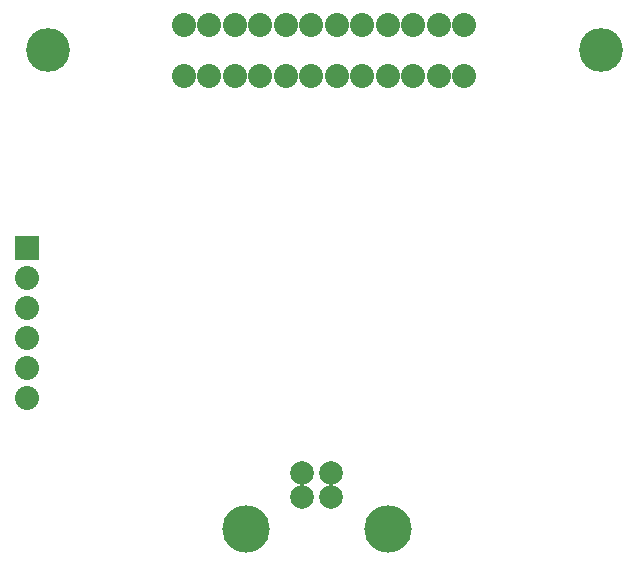
<source format=gbs>
%FSLAX34Y34*%
G04 Gerber Fmt 3.4, Leading zero omitted, Abs format*
G04 (created by PCBNEW (2013-11-28 BZR 4510)-product) date Thu 28 Nov 2013 12:06:36 PM EST*
%MOIN*%
G01*
G70*
G90*
G04 APERTURE LIST*
%ADD10C,0.005906*%
%ADD11C,0.079100*%
%ADD12C,0.157800*%
%ADD13C,0.080000*%
%ADD14C,0.146000*%
%ADD15R,0.080000X0.080000*%
G04 APERTURE END LIST*
G54D10*
G54D11*
X58610Y-48030D03*
X59590Y-48030D03*
X59590Y-47240D03*
X58610Y-47240D03*
G54D12*
X56730Y-49100D03*
X61470Y-49100D03*
G54D13*
X59775Y-33995D03*
X60625Y-33995D03*
X58075Y-33995D03*
X58925Y-33995D03*
X59775Y-32305D03*
X58925Y-32305D03*
X58075Y-32305D03*
X60625Y-32305D03*
X57225Y-33995D03*
X56375Y-33995D03*
X55525Y-33995D03*
X54675Y-33995D03*
X57225Y-32305D03*
X56375Y-32305D03*
X55525Y-32305D03*
X54675Y-32305D03*
X61475Y-33995D03*
X62325Y-33995D03*
X63175Y-33995D03*
X64025Y-33995D03*
X61475Y-32305D03*
X62325Y-32305D03*
X63175Y-32305D03*
X64025Y-32305D03*
G54D14*
X68565Y-33150D03*
X50135Y-33150D03*
G54D15*
X49450Y-39725D03*
G54D13*
X49450Y-40725D03*
X49450Y-41725D03*
X49450Y-42725D03*
X49450Y-43725D03*
X49450Y-44725D03*
M02*

</source>
